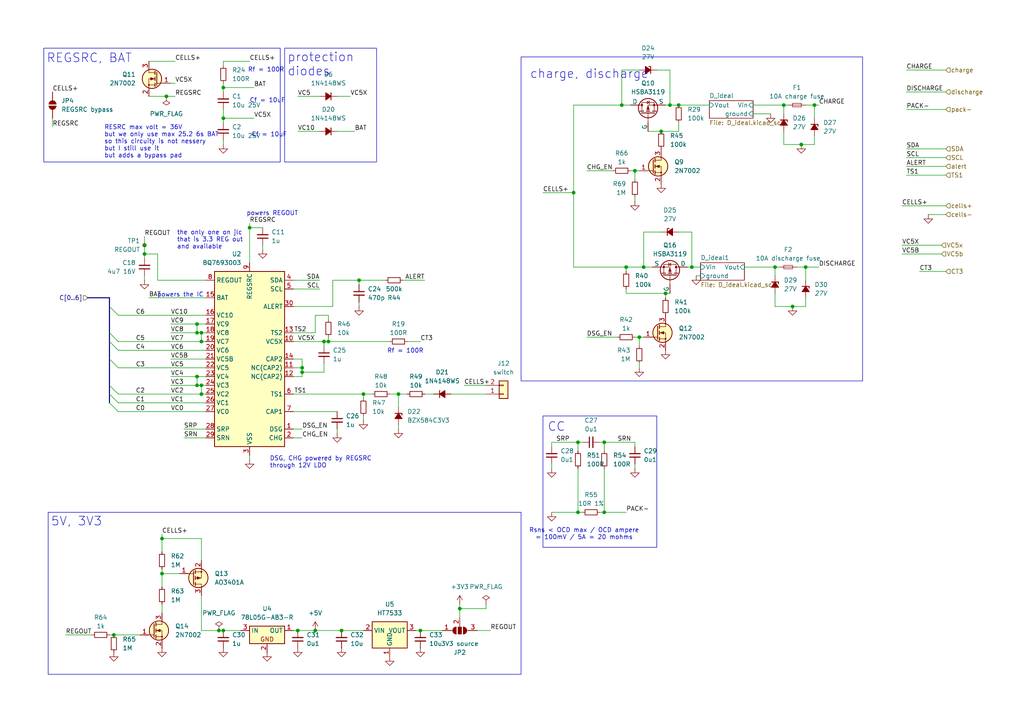
<source format=kicad_sch>
(kicad_sch (version 20231120) (generator "eeschema") (generator_version "8.0")
  (paper "A4")
  (junction (at 166.37 55.88))
  (junction (at 58.42 114.3))
  (junction (at 64.77 34.29))
  (junction (at 63.5 182.88))
  (junction (at 64.77 182.88))
  (junction (at 58.42 99.06))
  (junction (at 200.66 77.47))
  (junction (at 64.77 25.4))
  (junction (at 185.42 97.79))
  (junction (at 57.15 111.76))
  (junction (at 46.99 166.37))
  (junction (at 175.26 128.27))
  (junction (at 41.91 71.12))
  (junction (at 167.64 128.27))
  (junction (at 105.41 114.3))
  (junction (at 91.44 182.88))
  (junction (at 87.63 106.68))
  (junction (at 180.34 30.48))
  (junction (at 191.77 38.1))
  (junction (at 224.79 77.47))
  (junction (at 196.85 30.48))
  (junction (at 57.15 96.52))
  (junction (at 104.14 81.28))
  (junction (at 236.22 30.48))
  (junction (at 93.98 99.06))
  (junction (at 58.42 96.52))
  (junction (at 99.06 182.88))
  (junction (at 86.36 182.88))
  (junction (at 48.26 27.94))
  (junction (at 133.35 176.53))
  (junction (at 58.42 111.76))
  (junction (at 46.99 156.21))
  (junction (at 186.69 77.47))
  (junction (at 233.68 77.47))
  (junction (at 87.63 107.95))
  (junction (at 175.26 148.59))
  (junction (at 41.91 73.66))
  (junction (at 232.41 41.91))
  (junction (at 193.04 85.09))
  (junction (at 95.25 99.06))
  (junction (at 229.87 88.9))
  (junction (at 121.92 182.88))
  (junction (at 181.61 77.47))
  (junction (at 57.15 93.98))
  (junction (at 33.02 184.15))
  (junction (at 227.33 30.48))
  (junction (at 57.15 109.22))
  (junction (at 115.57 114.3))
  (junction (at 184.15 49.53))
  (junction (at 167.64 148.59))
  (junction (at 194.31 30.48))
  (junction (at 72.39 66.04))
  (bus_entry (at 31.75 99.06) (size 2.54 2.54))
  (bus_entry (at 31.75 104.14) (size 2.54 2.54))
  (bus_entry (at 31.75 114.3) (size 2.54 2.54))
  (bus_entry (at 31.75 116.84) (size 2.54 2.54))
  (bus_entry (at 31.75 111.76) (size 2.54 2.54))
  (bus_entry (at 31.75 96.52) (size 2.54 2.54))
  (bus_entry (at 31.75 88.9) (size 2.54 2.54))
  (wire (pts (xy 236.22 34.29) (xy 236.22 30.48)))
  (wire (pts (xy 170.18 49.53) (xy 177.8 49.53)))
  (wire (pts (xy 95.25 99.06) (xy 113.03 99.06)))
  (wire (pts (xy 50.8 17.78) (xy 43.18 17.78)))
  (wire (pts (xy 186.69 67.31) (xy 186.69 77.47)))
  (wire (pts (xy 64.77 31.75) (xy 64.77 34.29)))
  (wire (pts (xy 224.79 88.9) (xy 229.87 88.9)))
  (wire (pts (xy 262.89 48.26) (xy 274.32 48.26)))
  (wire (pts (xy 185.42 100.33) (xy 185.42 97.79)))
  (bus (pts (xy 31.75 86.36) (xy 31.75 88.9)))
  (wire (pts (xy 236.22 30.48) (xy 237.49 30.48)))
  (wire (pts (xy 97.79 119.38) (xy 85.09 119.38)))
  (wire (pts (xy 227.33 30.48) (xy 227.33 33.02)))
  (wire (pts (xy 34.29 114.3) (xy 58.42 114.3)))
  (wire (pts (xy 104.14 82.55) (xy 104.14 81.28)))
  (wire (pts (xy 58.42 111.76) (xy 58.42 114.3)))
  (wire (pts (xy 91.44 182.88) (xy 99.06 182.88)))
  (wire (pts (xy 101.6 27.94) (xy 97.79 27.94)))
  (wire (pts (xy 140.97 176.53) (xy 140.97 175.26)))
  (wire (pts (xy 86.36 182.88) (xy 91.44 182.88)))
  (wire (pts (xy 166.37 30.48) (xy 166.37 55.88)))
  (wire (pts (xy 58.42 99.06) (xy 59.69 99.06)))
  (wire (pts (xy 262.89 31.75) (xy 274.32 31.75)))
  (wire (pts (xy 34.29 101.6) (xy 59.69 101.6)))
  (wire (pts (xy 85.09 81.28) (xy 92.71 81.28)))
  (wire (pts (xy 45.72 73.66) (xy 45.72 81.28)))
  (wire (pts (xy 15.24 36.83) (xy 15.24 34.29)))
  (wire (pts (xy 58.42 96.52) (xy 58.42 99.06)))
  (wire (pts (xy 64.77 182.88) (xy 69.85 182.88)))
  (wire (pts (xy 87.63 104.14) (xy 85.09 104.14)))
  (bus (pts (xy 31.75 96.52) (xy 31.75 99.06)))
  (wire (pts (xy 218.44 30.48) (xy 227.33 30.48)))
  (wire (pts (xy 58.42 111.76) (xy 59.69 111.76)))
  (wire (pts (xy 49.53 93.98) (xy 57.15 93.98)))
  (wire (pts (xy 46.99 154.94) (xy 46.99 156.21)))
  (wire (pts (xy 262.89 20.32) (xy 274.32 20.32)))
  (wire (pts (xy 45.72 73.66) (xy 41.91 73.66)))
  (wire (pts (xy 224.79 88.9) (xy 224.79 85.09)))
  (wire (pts (xy 64.77 17.78) (xy 72.39 17.78)))
  (wire (pts (xy 227.33 41.91) (xy 232.41 41.91)))
  (wire (pts (xy 224.79 77.47) (xy 224.79 80.01)))
  (wire (pts (xy 76.2 72.39) (xy 76.2 71.12)))
  (wire (pts (xy 86.36 38.1) (xy 92.71 38.1)))
  (wire (pts (xy 57.15 109.22) (xy 57.15 111.76)))
  (wire (pts (xy 49.53 109.22) (xy 57.15 109.22)))
  (wire (pts (xy 41.91 71.12) (xy 41.91 73.66)))
  (wire (pts (xy 46.99 165.1) (xy 46.99 166.37)))
  (wire (pts (xy 184.15 49.53) (xy 185.42 49.53)))
  (wire (pts (xy 49.53 111.76) (xy 57.15 111.76)))
  (wire (pts (xy 72.39 64.77) (xy 72.39 66.04)))
  (wire (pts (xy 123.19 81.28) (xy 116.84 81.28)))
  (wire (pts (xy 181.61 85.09) (xy 181.61 83.82)))
  (bus (pts (xy 31.75 114.3) (xy 31.75 116.84)))
  (wire (pts (xy 34.29 116.84) (xy 59.69 116.84)))
  (wire (pts (xy 201.93 80.01) (xy 203.2 80.01)))
  (wire (pts (xy 160.02 148.59) (xy 167.64 148.59)))
  (wire (pts (xy 43.18 86.36) (xy 59.69 86.36)))
  (wire (pts (xy 96.52 81.28) (xy 96.52 88.9)))
  (wire (pts (xy 180.34 30.48) (xy 182.88 30.48)))
  (wire (pts (xy 185.42 20.32) (xy 180.34 20.32)))
  (wire (pts (xy 41.91 71.12) (xy 41.91 68.58)))
  (bus (pts (xy 31.75 99.06) (xy 31.75 104.14)))
  (wire (pts (xy 229.87 88.9) (xy 233.68 88.9)))
  (wire (pts (xy 262.89 26.67) (xy 274.32 26.67)))
  (wire (pts (xy 200.66 77.47) (xy 203.2 77.47)))
  (wire (pts (xy 160.02 128.27) (xy 160.02 129.54)))
  (wire (pts (xy 87.63 106.68) (xy 87.63 107.95)))
  (wire (pts (xy 93.98 107.95) (xy 93.98 105.41)))
  (wire (pts (xy 266.7 78.74) (xy 274.32 78.74)))
  (wire (pts (xy 104.14 88.9) (xy 104.14 87.63)))
  (wire (pts (xy 95.25 99.06) (xy 93.98 99.06)))
  (bus (pts (xy 31.75 104.14) (xy 31.75 111.76)))
  (wire (pts (xy 53.34 124.46) (xy 59.69 124.46)))
  (wire (pts (xy 95.25 97.79) (xy 95.25 99.06)))
  (wire (pts (xy 104.14 81.28) (xy 111.76 81.28)))
  (wire (pts (xy 85.09 127) (xy 87.63 127)))
  (wire (pts (xy 31.75 184.15) (xy 33.02 184.15)))
  (wire (pts (xy 57.15 111.76) (xy 58.42 111.76)))
  (wire (pts (xy 34.29 99.06) (xy 58.42 99.06)))
  (wire (pts (xy 58.42 182.88) (xy 63.5 182.88)))
  (wire (pts (xy 166.37 30.48) (xy 180.34 30.48)))
  (wire (pts (xy 115.57 118.11) (xy 115.57 114.3)))
  (wire (pts (xy 113.03 114.3) (xy 115.57 114.3)))
  (wire (pts (xy 233.68 77.47) (xy 237.49 77.47)))
  (wire (pts (xy 227.33 41.91) (xy 227.33 38.1)))
  (wire (pts (xy 175.26 148.59) (xy 181.61 148.59)))
  (wire (pts (xy 87.63 104.14) (xy 87.63 106.68)))
  (wire (pts (xy 93.98 100.33) (xy 93.98 99.06)))
  (wire (pts (xy 85.09 182.88) (xy 86.36 182.88)))
  (wire (pts (xy 175.26 135.89) (xy 175.26 148.59)))
  (wire (pts (xy 167.64 148.59) (xy 167.64 135.89)))
  (wire (pts (xy 196.85 30.48) (xy 205.74 30.48)))
  (wire (pts (xy 33.02 184.15) (xy 40.64 184.15)))
  (wire (pts (xy 173.99 148.59) (xy 175.26 148.59)))
  (wire (pts (xy 58.42 156.21) (xy 58.42 162.56)))
  (wire (pts (xy 53.34 127) (xy 59.69 127)))
  (bus (pts (xy 31.75 111.76) (xy 31.75 114.3)))
  (wire (pts (xy 91.44 91.44) (xy 91.44 96.52)))
  (wire (pts (xy 45.72 81.28) (xy 59.69 81.28)))
  (wire (pts (xy 134.62 111.76) (xy 140.97 111.76)))
  (wire (pts (xy 72.39 66.04) (xy 72.39 76.2)))
  (wire (pts (xy 142.24 182.88) (xy 138.43 182.88)))
  (wire (pts (xy 85.09 124.46) (xy 87.63 124.46)))
  (wire (pts (xy 184.15 52.07) (xy 184.15 49.53)))
  (wire (pts (xy 48.26 27.94) (xy 43.18 27.94)))
  (wire (pts (xy 157.48 55.88) (xy 166.37 55.88)))
  (wire (pts (xy 193.04 85.09) (xy 194.31 85.09)))
  (wire (pts (xy 58.42 182.88) (xy 58.42 172.72)))
  (wire (pts (xy 58.42 96.52) (xy 59.69 96.52)))
  (wire (pts (xy 175.26 128.27) (xy 175.26 130.81)))
  (wire (pts (xy 121.92 99.06) (xy 118.11 99.06)))
  (wire (pts (xy 233.68 81.28) (xy 233.68 77.47)))
  (wire (pts (xy 96.52 81.28) (xy 104.14 81.28)))
  (wire (pts (xy 91.44 96.52) (xy 85.09 96.52)))
  (wire (pts (xy 95.25 91.44) (xy 95.25 92.71)))
  (wire (pts (xy 87.63 107.95) (xy 93.98 107.95)))
  (wire (pts (xy 166.37 77.47) (xy 166.37 55.88)))
  (wire (pts (xy 215.9 77.47) (xy 224.79 77.47)))
  (wire (pts (xy 193.04 30.48) (xy 194.31 30.48)))
  (wire (pts (xy 261.62 73.66) (xy 273.05 73.66)))
  (wire (pts (xy 189.23 77.47) (xy 186.69 77.47)))
  (wire (pts (xy 85.09 114.3) (xy 105.41 114.3)))
  (wire (pts (xy 140.97 176.53) (xy 133.35 176.53)))
  (wire (pts (xy 64.77 17.78) (xy 64.77 19.05)))
  (bus (pts (xy 31.75 88.9) (xy 31.75 96.52)))
  (wire (pts (xy 166.37 77.47) (xy 181.61 77.47)))
  (wire (pts (xy 184.15 135.89) (xy 184.15 134.62)))
  (wire (pts (xy 73.66 25.4) (xy 64.77 25.4)))
  (wire (pts (xy 181.61 85.09) (xy 193.04 85.09)))
  (wire (pts (xy 64.77 35.56) (xy 64.77 34.29)))
  (wire (pts (xy 191.77 67.31) (xy 186.69 67.31)))
  (wire (pts (xy 232.41 41.91) (xy 236.22 41.91)))
  (wire (pts (xy 199.39 77.47) (xy 200.66 77.47)))
  (wire (pts (xy 184.15 97.79) (xy 185.42 97.79)))
  (wire (pts (xy 190.5 20.32) (xy 194.31 20.32)))
  (wire (pts (xy 85.09 99.06) (xy 93.98 99.06)))
  (wire (pts (xy 87.63 106.68) (xy 85.09 106.68)))
  (wire (pts (xy 175.26 128.27) (xy 184.15 128.27)))
  (wire (pts (xy 72.39 133.35) (xy 72.39 132.08)))
  (wire (pts (xy 118.11 114.3) (xy 115.57 114.3)))
  (wire (pts (xy 34.29 119.38) (xy 59.69 119.38)))
  (wire (pts (xy 160.02 128.27) (xy 167.64 128.27)))
  (wire (pts (xy 85.09 83.82) (xy 92.71 83.82)))
  (wire (pts (xy 200.66 67.31) (xy 200.66 77.47)))
  (wire (pts (xy 57.15 109.22) (xy 59.69 109.22)))
  (wire (pts (xy 87.63 107.95) (xy 87.63 109.22)))
  (wire (pts (xy 46.99 166.37) (xy 46.99 170.18)))
  (wire (pts (xy 115.57 124.46) (xy 115.57 123.19)))
  (wire (pts (xy 133.35 175.26) (xy 133.35 176.53)))
  (wire (pts (xy 97.79 125.73) (xy 97.79 124.46)))
  (wire (pts (xy 173.99 128.27) (xy 175.26 128.27)))
  (wire (pts (xy 102.87 38.1) (xy 97.79 38.1)))
  (wire (pts (xy 46.99 175.26) (xy 46.99 177.8)))
  (wire (pts (xy 63.5 182.88) (xy 64.77 182.88)))
  (wire (pts (xy 41.91 74.93) (xy 41.91 73.66)))
  (wire (pts (xy 187.96 38.1) (xy 191.77 38.1)))
  (wire (pts (xy 34.29 91.44) (xy 59.69 91.44)))
  (wire (pts (xy 49.53 104.14) (xy 59.69 104.14)))
  (wire (pts (xy 185.42 97.79) (xy 186.69 97.79)))
  (wire (pts (xy 186.69 77.47) (xy 181.61 77.47)))
  (wire (pts (xy 193.04 85.09) (xy 193.04 86.36)))
  (wire (pts (xy 233.68 88.9) (xy 233.68 86.36)))
  (wire (pts (xy 194.31 20.32) (xy 194.31 30.48)))
  (wire (pts (xy 34.29 106.68) (xy 59.69 106.68)))
  (wire (pts (xy 231.14 77.47) (xy 233.68 77.47)))
  (wire (pts (xy 261.62 71.12) (xy 273.05 71.12)))
  (wire (pts (xy 99.06 182.88) (xy 105.41 182.88)))
  (wire (pts (xy 170.18 97.79) (xy 179.07 97.79)))
  (wire (pts (xy 91.44 91.44) (xy 95.25 91.44)))
  (wire (pts (xy 261.62 59.69) (xy 274.32 59.69)))
  (wire (pts (xy 269.24 62.23) (xy 274.32 62.23)))
  (wire (pts (xy 184.15 58.42) (xy 184.15 57.15)))
  (wire (pts (xy 196.85 67.31) (xy 200.66 67.31)))
  (wire (pts (xy 262.89 45.72) (xy 274.32 45.72)))
  (wire (pts (xy 121.92 182.88) (xy 128.27 182.88)))
  (wire (pts (xy 41.91 81.28) (xy 41.91 80.01)))
  (bus (pts (xy 31.75 86.36) (xy 25.4 86.36)))
  (wire (pts (xy 50.8 27.94) (xy 48.26 27.94)))
  (wire (pts (xy 57.15 93.98) (xy 59.69 93.98)))
  (wire (pts (xy 57.15 93.98) (xy 57.15 96.52)))
  (wire (pts (xy 49.53 96.52) (xy 57.15 96.52)))
  (wire (pts (xy 46.99 156.21) (xy 46.99 160.02)))
  (wire (pts (xy 133.35 176.53) (xy 133.35 179.07)))
  (wire (pts (xy 167.64 128.27) (xy 168.91 128.27)))
  (wire (pts (xy 160.02 135.89) (xy 160.02 134.62)))
  (wire (pts (xy 180.34 20.32) (xy 180.34 30.48)))
  (wire (pts (xy 121.92 182.88) (xy 120.65 182.88)))
  (wire (pts (xy 58.42 156.21) (xy 46.99 156.21)))
  (wire (pts (xy 105.41 114.3) (xy 107.95 114.3)))
  (wire (pts (xy 72.39 66.04) (xy 76.2 66.04)))
  (wire (pts (xy 105.41 121.92) (xy 105.41 120.65)))
  (wire (pts (xy 262.89 50.8) (xy 274.32 50.8)))
  (wire (pts (xy 85.09 109.22) (xy 87.63 109.22)))
  (wire (pts (xy 64.77 26.67) (xy 64.77 25.4)))
  (wire (pts (xy 123.19 114.3) (xy 125.73 114.3)))
  (wire (pts (xy 233.68 30.48) (xy 236.22 30.48)))
  (wire (pts (xy 86.36 27.94) (xy 92.71 27.94)))
  (wire (pts (xy 196.85 38.1) (xy 196.85 35.56)))
  (wire (pts (xy 227.33 30.48) (xy 228.6 30.48)))
  (wire (pts (xy 194.31 30.48) (xy 196.85 30.48)))
  (wire (pts (xy 182.88 49.53) (xy 184.15 49.53)))
  (wire (pts (xy 185.42 106.68) (xy 185.42 105.41)))
  (wire (pts (xy 224.79 77.47) (xy 226.06 77.47)))
  (wire (pts (xy 184.15 128.27) (xy 184.15 129.54)))
  (wire (pts (xy 168.91 148.59) (xy 167.64 148.59)))
  (wire (pts (xy 236.22 41.91) (xy 236.22 39.37)))
  (wire (pts (xy 130.81 114.3) (xy 140.97 114.3)))
  (wire (pts (xy 262.89 43.18) (xy 274.32 43.18)))
  (wire (pts (xy 167.64 128.27) (xy 167.64 130.81)))
  (wire (pts (xy 64.77 25.4) (xy 64.77 24.13)))
  (wire (pts (xy 96.52 88.9) (xy 85.09 88.9)))
  (wire (pts (xy 19.05 184.15) (xy 26.67 184.15)))
  (wire (pts (xy 181.61 78.74) (xy 181.61 77.47)))
  (wire (pts (xy 64.77 41.91) (xy 64.77 40.64)))
  (wire (pts (xy 58.42 114.3) (xy 59.69 114.3)))
  (wire (pts (xy 46.99 166.37) (xy 52.07 166.37)))
  (wire (pts (xy 57.15 96.52) (xy 58.42 96.52)))
  (wire (pts (xy 50.8 24.13) (xy 49.53 24.13)))
  (wire (pts (xy 191.77 38.1) (xy 196.85 38.1)))
  (wire (pts (xy 73.66 34.29) (xy 64.77 34.29)))
  (wire (pts (xy 223.52 33.02) (xy 218.44 33.02)))
  (wire (pts (xy 105.41 114.3) (xy 105.41 115.57)))
  (rectangle (start 157.48 120.65) (end 190.5 158.75))
  (rectangle (start 12.7 13.97) (end 81.28 46.99))
  (rectangle (start 151.13 16.51) (end 250.19 110.49))
  (rectangle (start 13.97 148.59) (end 151.13 195.58))
  (rectangle (start 82.55 13.97) (end 109.22 46.99))
  (text "DSG, CHG powered by REGSRC\nthrough 12V LDO" (at 78.232 135.89 0) (effects (font (size 1.27 1.27)) (justify left bottom)))
  (text "powers the IC" (at 52.324 85.598 0) (effects (font (size 1.27 1.27))))
  (text "Rf = 100R" (at 112.268 102.616 0) (effects (font (size 1.27 1.27)) (justify left bottom)))
  (text "the only one on jlc \nthat is 3.3 REG out\nand available" (at 51.308 72.39 0) (effects (font (size 1.27 1.27)) (justify left bottom)))
  (text "Cf = 10uF" (at 72.39 29.972 0) (effects (font (size 1.27 1.27)) (justify left bottom)))
  (text "Cf = 10uF" (at 72.898 39.878 0) (effects (font (size 1.27 1.27)) (justify left bottom)))
  (text "charge, discharge" (at 153.67 20.066 0) (effects (font (size 2.54 2.54)) (justify left top)))
  (text "5V, 3V3" (at 14.732 149.86 0) (effects (font (size 2.54 2.54)) (justify left top)))
  (text "Rsns < OCD max / OCD ampere\n= 100mV / 5A = 20 mohms" (at 169.418 154.94 0) (effects (font (size 1.27 1.27))))
  (text "REGSRC, BAT" (at 13.462 15.494 0) (effects (font (size 2.54 2.54)) (justify left top)))
  (text "powers REGOUT" (at 78.994 61.976 0) (effects (font (size 1.27 1.27))))
  (text "Rf = 100R" (at 71.882 21.082 0) (effects (font (size 1.27 1.27)) (justify left bottom)))
  (text "RESRC max volt = 36V\nbut we only use max 25.2 6s BAT\nso this circuity is not nessery\nbut I still use it\nbut adds a bypass pad" (at 30.226 45.974 0) (effects (font (size 1.27 1.27)) (justify left bottom)))
  (text "protection \ndiodes" (at 83.312 15.24 0) (effects (font (size 2.54 2.54)) (justify left top)))
  (text "CC" (at 158.75 122.428 0) (effects (font (size 2.54 2.54)) (justify left top)))
  (label "C5" (at 39.37 99.06 0))
  (label "VC0" (at 49.53 119.38 0))
  (label "CELLS+" (at 72.39 17.78 0))
  (label "SRP" (at 161.29 128.27 0))
  (label "CT3" (at 121.92 99.06 0))
  (label "C0" (at 39.37 119.38 0))
  (label "BAT" (at 73.66 25.4 0))
  (label "SCL" (at 92.71 83.82 180))
  (label "DSG_EN" (at 87.63 124.46 0))
  (label "CELLS+" (at 50.8 17.78 0))
  (label "DISCHARGE" (at 237.49 77.47 0))
  (label "BAT" (at 102.87 38.1 0))
  (label "SDA" (at 262.89 43.18 0))
  (label "VC5X" (at 86.36 99.06 0))
  (label "C2" (at 39.37 114.3 0))
  (label "CELLS+" (at 261.62 59.69 0))
  (label "CHARGE" (at 237.49 30.48 0))
  (label "REGOUT" (at 142.24 182.88 0))
  (label "VC5" (at 86.36 27.94 0))
  (label "CHG_EN" (at 87.63 127 0))
  (label "VC5X" (at 73.66 34.29 0))
  (label "VC5X" (at 50.8 24.13 0))
  (label "BAT" (at 43.18 86.36 0))
  (label "SRP" (at 53.34 124.46 0))
  (label "VC6" (at 49.53 101.6 0))
  (label "REGSRC" (at 15.24 36.83 0))
  (label "SCL" (at 262.89 45.72 0))
  (label "C4" (at 39.37 101.6 0))
  (label "SRN" (at 53.34 127 0))
  (label "CHG_EN" (at 170.18 49.53 0))
  (label "PACK-" (at 262.89 31.75 0))
  (label "VC5B" (at 49.53 104.14 0))
  (label "C6" (at 39.37 91.44 0))
  (label "REGSRC" (at 50.8 27.94 0))
  (label "VC2" (at 49.53 114.3 0))
  (label "VC1" (at 49.53 116.84 0))
  (label "VC7" (at 49.53 99.06 0))
  (label "DISCHARGE" (at 262.89 26.67 0))
  (label "CELLS+" (at 15.24 26.67 0))
  (label "REGOUT" (at 19.05 184.15 0))
  (label "C1" (at 39.37 116.84 0))
  (label "C3" (at 39.37 106.68 0))
  (label "PACK-" (at 181.61 148.59 0))
  (label "CHARGE" (at 262.89 20.32 0))
  (label "CELLS+" (at 157.48 55.88 0))
  (label "CELLS+" (at 46.99 154.94 0))
  (label "SRN" (at 179.07 128.27 0))
  (label "TS1" (at 88.9 114.3 180))
  (label "VC5" (at 49.53 106.68 0))
  (label "DSG_EN" (at 170.18 97.79 0))
  (label "VC4" (at 49.53 109.22 0))
  (label "REGSRC" (at 72.39 64.77 0))
  (label "CELLS+" (at 134.62 111.76 0))
  (label "VC9" (at 49.53 93.98 0))
  (label "ALERT" (at 123.19 81.28 180))
  (label "TS2" (at 88.9 96.52 180))
  (label "VC5X" (at 261.62 71.12 0))
  (label "SDA" (at 92.71 81.28 180))
  (label "VC5B" (at 261.62 73.66 0))
  (label "CT3" (at 266.7 78.74 0))
  (label "TS1" (at 262.89 50.8 0))
  (label "VC5X" (at 101.6 27.94 0))
  (label "ALERT" (at 262.89 48.26 0))
  (label "VC3" (at 49.53 111.76 0))
  (label "VC10" (at 49.53 91.44 0))
  (label "REGOUT" (at 41.91 68.58 0))
  (label "VC10" (at 86.36 38.1 0))
  (label "VC8" (at 49.53 96.52 0))
  (hierarchical_label "CT3" (shape input) (at 274.32 78.74 0))
  (hierarchical_label "SCL" (shape input) (at 274.32 45.72 0))
  (hierarchical_label "discharge" (shape input) (at 274.32 26.67 0))
  (hierarchical_label "charge" (shape input) (at 274.32 20.32 0))
  (hierarchical_label "TS1" (shape input) (at 274.32 50.8 0))
  (hierarchical_label "VC5x" (shape input) (at 273.05 71.12 0))
  (hierarchical_label "VC5b" (shape input) (at 273.05 73.66 0))
  (hierarchical_label "SDA" (shape input) (at 274.32 43.18 0))
  (hierarchical_label "pack-" (shape input) (at 274.32 31.75 0))
  (hierarchical_label "cells+" (shape input) (at 274.32 59.69 0))
  (hierarchical_label "alert" (shape input) (at 274.32 48.26 0))
  (hierarchical_label "C[0..6]" (shape input) (at 25.4 86.36 180))
  (hierarchical_label "cells-" (shape input) (at 274.32 62.23 0))
  (symbol (lib_id "Device:D_Zener_Small_Filled") (at 236.22 36.83 270) (unit 1)
    (property "Reference" "D27" (at 238.76 35.56 90) (effects (justify left)))
    (property "Value" "27V" (at 238.76 38.1 90) (effects (font (italic yes)) (justify left)))
    (property "Footprint" "Diode_SMD:D_SOD-123" (effects (hide yes)))
    (property "Description" "Zener diode, small symbol, filled shape" (effects (hide yes)))
  )
  (symbol (lib_id "power:GND") (at 64.77 41.91 0) (mirror y) (unit 1)
    (property "Reference" "#PWR03" (effects (hide yes)))
    (property "Value" "GND" (effects (hide yes)))
    (property "Description" "Power symbol creates a global label with name \"GND\" , ground" (effects (hide yes)))
  )
  (symbol (lib_id "Device:D_Small_Filled") (at 95.25 27.94 0) (mirror y) (unit 1)
    (property "Reference" "D6" (at 95.25 21.59 0))
    (property "Value" "1N4148WS" (at 95.25 24.13 0))
    (property "Footprint" "Diode_SMD:D_SOD-323" (effects (hide yes)))
    (property "Description" "Diode, small symbol, filled shape" (effects (hide yes)))
    (property "Sim.Device" "D" (effects (hide yes)))
    (property "Sim.Pins" "1=K 2=A" (effects (hide yes)))
  )
  (symbol (lib_id "Jumper:SolderJumper_3_Open") (at 133.35 182.88 0) (mirror x) (unit 1) (exclude_from_sim yes) (in_bom no)
    (property "Reference" "JP2" (at 133.35 189.23 0))
    (property "Value" "3V3 source" (at 133.35 186.69 0))
    (property "Footprint" "Jumper:SolderJumper-3_P1.3mm_Open_Pad1.0x1.5mm" (effects (hide yes)))
    (property "Description" "Solder Jumper, 3-pole, open" (effects (hide yes)))
  )
  (symbol (lib_id "power:GND") (at 184.15 58.42 0) (unit 1)
    (property "Reference" "#PWR056" (effects (hide yes)))
    (property "Value" "GND" (effects (hide yes)))
    (property "Description" "Power symbol creates a global label with name \"GND\" , ground" (effects (hide yes)))
  )
  (symbol (lib_id "Device:D_Small_Filled") (at 95.25 38.1 0) (mirror y) (unit 1)
    (property "Reference" "D20" (at 95.25 31.75 0))
    (property "Value" "1N4148WS" (at 95.25 34.29 0))
    (property "Footprint" "Diode_SMD:D_SOD-323" (effects (hide yes)))
    (property "Description" "Diode, small symbol, filled shape" (effects (hide yes)))
    (property "Sim.Device" "D" (effects (hide yes)))
    (property "Sim.Pins" "1=K 2=A" (effects (hide yes)))
  )
  (symbol (lib_id "power:GND") (at 121.92 187.96 0) (mirror y) (unit 1)
    (property "Reference" "#PWR040" (effects (hide yes)))
    (property "Value" "GND" (effects (hide yes)))
    (property "Description" "Power symbol creates a global label with name \"GND\" , ground" (effects (hide yes)))
  )
  (symbol (lib_id "Device:R_Small") (at 114.3 81.28 90) (mirror x) (unit 1)
    (property "Reference" "R44" (at 114.3 86.36 90))
    (property "Value" "500k" (at 114.3 83.82 90))
    (property "Footprint" "Resistor_SMD:R_0402_1005Metric" (effects (hide yes)))
    (property "Description" "Resistor, small symbol" (effects (hide yes)))
  )
  (symbol (lib_id "Device:C_Small") (at 41.91 77.47 0) (mirror x) (unit 1)
    (property "Reference" "C18" (at 39.37 76.1936 0) (effects (justify right)))
    (property "Value" "4u7 16V" (at 39.37 78.7336 0) (effects (justify right)))
    (property "Footprint" "Capacitor_SMD:C_0603_1608Metric" (effects (hide yes)))
    (property "Description" "Unpolarized capacitor, small symbol" (effects (hide yes)))
  )
  (symbol (lib_id "power:GND") (at 113.03 190.5 0) (mirror y) (unit 1)
    (property "Reference" "#PWR055" (effects (hide yes)))
    (property "Value" "GND" (effects (hide yes)))
    (property "Description" "Power symbol creates a global label with name \"GND\" , ground" (effects (hide yes)))
  )
  (symbol (lib_id "Device:R_Small") (at 180.34 49.53 90) (unit 1)
    (property "Reference" "R66" (at 180.34 44.45 90))
    (property "Value" "1k" (at 180.34 46.99 90))
    (property "Footprint" "Resistor_SMD:R_0402_1005Metric" (effects (hide yes)))
    (property "Description" "Resistor, small symbol" (effects (hide yes)))
  )
  (symbol (lib_id "nturt_kicad_lib_EP6:HSBA3119_PMOS_GSDnumber") (at 194.31 80.01 270) (mirror x) (unit 1)
    (property "Reference" "Q16" (at 194.31 71.12 90))
    (property "Value" "HSBA3119" (at 194.31 73.66 90))
    (property "Footprint" "nturt_kicad_lib_EP6:HSBA3119_PRPAK5X6" (effects (hide yes)))
    (property "Datasheet" "https://ngspice.sourceforge.io/docs/ngspice-html-manual/manual.xhtml#cha_MOSFETs" (effects (hide yes)))
    (property "Description" "P-MOSFET transistor, drain/source/gate" (effects (hide yes)))
    (property "Sim.Device" "PMOS" (effects (hide yes)))
    (property "Sim.Type" "VDMOS" (effects (hide yes)))
    (property "Sim.Pins" "1=D 2=G 3=S" (effects (hide yes)))
  )
  (symbol (lib_id "power:GND") (at 229.87 88.9 0) (unit 1)
    (property "Reference" "#PWR057" (effects (hide yes)))
    (property "Value" "GND" (effects (hide yes)))
    (property "Description" "Power symbol creates a global label with name \"GND\" , ground" (effects (hide yes)))
  )
  (symbol (lib_id "Jumper:SolderJumper_2_Open") (at 15.24 30.48 90) (unit 1) (exclude_from_sim yes) (in_bom no)
    (property "Reference" "JP4" (at 17.78 29.21 90) (effects (justify right)))
    (property "Value" "REGSRC bypass" (at 17.78 31.75 90) (effects (justify right)))
    (property "Footprint" "Jumper:SolderJumper-2_P1.3mm_Open_TrianglePad1.0x1.5mm" (effects (hide yes)))
    (property "Description" "Solder Jumper, 2-pole, open" (effects (hide yes)))
  )
  (symbol (lib_id "Device:R_Small") (at 185.42 102.87 0) (mirror y) (unit 1)
    (property "Reference" "R43" (at 182.88 101.6 0) (effects (justify left)))
    (property "Value" "1M" (at 182.88 104.14 0) (effects (justify left)))
    (property "Footprint" "Resistor_SMD:R_0402_1005Metric" (effects (hide yes)))
    (property "Description" "Resistor, small symbol" (effects (hide yes)))
  )
  (symbol (lib_id "Device:R_Small") (at 181.61 97.79 90) (unit 1)
    (property "Reference" "R42" (at 181.61 92.71 90))
    (property "Value" "1k" (at 181.61 95.25 90))
    (property "Footprint" "Resistor_SMD:R_0402_1005Metric" (effects (hide yes)))
    (property "Description" "Resistor, small symbol" (effects (hide yes)))
  )
  (symbol (lib_id "PCM_Transistor_MOSFET_AKL:2N7002") (at 44.45 182.88 0) (unit 1)
    (property "Reference" "Q14" (at 50.8 181.61 0) (effects (justify left)))
    (property "Value" "2N7002" (at 50.8 184.15 0) (effects (justify left)))
    (property "Footprint" "PCM_Package_TO_SOT_SMD_AKL:SOT-23" (effects (hide yes)))
    (property "Datasheet" "https://www.tme.eu/Document/7df5cae36abdfcedddb681f5be886f05/2N7000.pdf" (effects (hide yes)))
    (property "Description" "SOT-23 N-MOSFET enchancement mode transistor, 60V, 115mA, 200mW, Alternate KiCAD Library" (effects (hide yes)))
  )
  (symbol (lib_id "nturt_kicad_lib_EP6:HSBA3119_PMOS_GSDnumber") (at 187.96 33.02 90) (unit 1)
    (property "Reference" "Q10" (at 187.96 24.13 90))
    (property "Value" "HSBA3119" (at 187.96 26.67 90))
    (property "Footprint" "nturt_kicad_lib_EP6:HSBA3119_PRPAK5X6" (effects (hide yes)))
    (property "Datasheet" "https://ngspice.sourceforge.io/docs/ngspice-html-manual/manual.xhtml#cha_MOSFETs" (effects (hide yes)))
    (property "Description" "P-MOSFET transistor, drain/source/gate" (effects (hide yes)))
    (property "Sim.Device" "PMOS" (effects (hide yes)))
    (property "Sim.Type" "VDMOS" (effects (hide yes)))
    (property "Sim.Pins" "1=D 2=G 3=S" (effects (hide yes)))
  )
  (symbol (lib_id "Device:R_Small") (at 171.45 148.59 90) (unit 1)
    (property "Reference" "R55" (at 171.45 143.51 90))
    (property "Value" "10R 1%" (at 171.45 146.05 90))
    (property "Footprint" "Resistor_SMD:R_0805_2012Metric" (effects (hide yes)))
    (property "Description" "Resistor, small symbol" (effects (hide yes)))
  )
  (symbol (lib_id "Device:C_Small") (at 64.77 185.42 180) (unit 1)
    (property "Reference" "C30" (at 67.31 184.1436 0) (effects (justify right)))
    (property "Value" "1u" (at 67.31 186.6836 0) (effects (justify right)))
    (property "Footprint" "Capacitor_SMD:C_0402_1005Metric" (effects (hide yes)))
    (property "Description" "Unpolarized capacitor, small symbol" (effects (hide yes)))
  )
  (symbol (lib_id "Regulator_Linear:HT75xx-1-SOT89") (at 113.03 185.42 0) (unit 1)
    (property "Reference" "U5" (at 113.03 175.26 0))
    (property "Value" "HT7533" (at 113.03 177.8 0))
    (property "Footprint" "Package_TO_SOT_SMD:SOT-89-3" (effects (hide yes)))
    (property "Datasheet" "https://www.holtek.com/documents/10179/116711/HT75xx-1v250.pdf" (effects (hide yes)))
    (property "Description" "100mA Low Dropout Voltage Regulator, Fixed Output, SOT89" (effects (hide yes)))
  )
  (symbol (lib_id "power:GND") (at 86.36 187.96 0) (mirror y) (unit 1)
    (property "Reference" "#PWR038" (effects (hide yes)))
    (property "Value" "GND" (effects (hide yes)))
    (property "Description" "Power symbol creates a global label with name \"GND\" , ground" (effects (hide yes)))
  )
  (symbol (lib_id "Connector:TestPoint_Small") (at 41.91 71.12 0) (mirror y) (unit 1)
    (property "Reference" "TP1" (at 40.64 69.85 0) (effects (justify left)))
    (property "Value" "REGOUT" (at 40.64 72.39 0) (effects (justify left)))
    (property "Footprint" "TestPoint:TestPoint_Pad_D1.0mm" (effects (hide yes)))
    (property "Description" "test point" (effects (hide yes)))
  )
  (symbol (lib_id "Device:D_Zener_Small_Filled") (at 115.57 120.65 270) (unit 1)
    (property "Reference" "D22" (at 118.11 119.38 90) (effects (justify left)))
    (property "Value" "BZX584C3V3" (at 118.11 121.92 90) (effects (justify left)))
    (property "Footprint" "Diode_SMD:D_SOD-323" (effects (hide yes)))
    (property "Description" "Zener diode, small symbol, filled shape" (effects (hide yes)))
  )
  (symbol (lib_id "power:GND") (at 41.91 81.28 0) (mirror y) (unit 1)
    (property "Reference" "#PWR013" (effects (hide yes)))
    (property "Value" "GND" (effects (hide yes)))
    (property "Description" "Power symbol creates a global label with name \"GND\" , ground" (effects (hide yes)))
  )
  (symbol (lib_id "power:GND") (at 72.39 133.35 0) (mirror y) (unit 1)
    (property "Reference" "#PWR029" (effects (hide yes)))
    (property "Value" "GND" (effects (hide yes)))
    (property "Description" "Power symbol creates a global label with name \"GND\" , ground" (effects (hide yes)))
  )
  (symbol (lib_id "Device:C_Small") (at 64.77 29.21 180) (unit 1)
    (property "Reference" "C1" (at 67.31 27.9336 0) (effects (justify right)))
    (property "Value" "10u 25V" (at 67.31 30.4736 0) (effects (justify right)))
    (property "Footprint" "Capacitor_SMD:C_0805_2012Metric" (effects (hide yes)))
    (property "Description" "Unpolarized capacitor, small symbol" (effects (hide yes)))
  )
  (symbol (lib_id "Device:R_Small") (at 115.57 99.06 90) (unit 1)
    (property "Reference" "R19" (at 115.57 93.98 90))
    (property "Value" "100R" (at 115.57 96.52 90))
    (property "Footprint" "Resistor_SMD:R_0402_1005Metric" (effects (hide yes)))
    (property "Description" "Resistor, small symbol" (effects (hide yes)))
  )
  (symbol (lib_id "Device:C_Small") (at 64.77 38.1 180) (unit 1)
    (property "Reference" "C2" (at 67.31 36.8236 0) (effects (justify right)))
    (property "Value" "10u 25V" (at 67.31 39.3636 0) (effects (justify right)))
    (property "Footprint" "Capacitor_SMD:C_0805_2012Metric" (effects (hide yes)))
    (property "Description" "Unpolarized capacitor, small symbol" (effects (hide yes)))
  )
  (symbol (lib_id "Device:D_Zener_Small_Filled") (at 224.79 82.55 270) (unit 1)
    (property "Reference" "D29" (at 227.33 81.28 90) (effects (justify left)))
    (property "Value" "27V" (at 227.33 83.82 90) (effects (font (italic yes)) (justify left)))
    (property "Footprint" "Diode_SMD:D_SOD-123" (effects (hide yes)))
    (property "Description" "Zener diode, small symbol, filled shape" (effects (hide yes)))
  )
  (symbol (lib_id "power:+5V") (at 91.44 182.88 0) (unit 1)
    (property "Reference" "#PWR035" (effects (hide yes)))
    (property "Value" "+5V" (at 91.44 177.8 0))
    (property "Description" "Power symbol creates a global label with name \"+5V\"" (effects (hide yes)))
  )
  (symbol (lib_id "Device:C_Small") (at 99.06 185.42 180) (unit 1)
    (property "Reference" "C32" (at 101.6 184.1436 0) (effects (justify right)))
    (property "Value" "10u" (at 101.6 186.6836 0) (effects (justify right)))
    (property "Footprint" "Capacitor_SMD:C_0603_1608Metric" (effects (hide yes)))
    (property "Description" "Unpolarized capacitor, small symbol" (effects (hide yes)))
  )
  (symbol (lib_id "power:GND") (at 191.77 53.34 0) (mirror y) (unit 1)
    (property "Reference" "#PWR014" (effects (hide yes)))
    (property "Value" "GND" (effects (hide yes)))
    (property "Description" "Power symbol creates a global label with name \"GND\" , ground" (effects (hide yes)))
  )
  (symbol (lib_id "Device:R_Small") (at 64.77 21.59 180) (unit 1)
    (property "Reference" "R24" (at 67.31 20.32 0) (effects (justify right)))
    (property "Value" "100R" (at 67.31 22.86 0) (effects (justify right)))
    (property "Footprint" "Resistor_SMD:R_0402_1005Metric" (effects (hide yes)))
    (property "Description" "Resistor, small symbol" (effects (hide yes)))
  )
  (symbol (lib_id "Device:C_Small") (at 97.79 121.92 0) (unit 1)
    (property "Reference" "C26" (at 100.33 120.6562 0) (effects (justify left)))
    (property "Value" "1u" (at 100.33 123.1962 0) (effects (justify left)))
    (property "Footprint" "Capacitor_SMD:C_0402_1005Metric" (effects (hide yes)))
    (property "Description" "Unpolarized capacitor, small symbol" (effects (hide yes)))
  )
  (symbol (lib_id "Device:D_Zener_Small_Filled") (at 194.31 67.31 0) (unit 1)
    (property "Reference" "D25" (at 194.31 60.96 0))
    (property "Value" "27V" (at 194.31 63.5 0))
    (property "Footprint" "Diode_SMD:D_SOD-323" (effects (hide yes)))
    (property "Description" "Zener diode, small symbol, filled shape" (effects (hide yes)))
  )
  (symbol (lib_id "Device:D_Zener_Small_Filled") (at 233.68 83.82 270) (unit 1)
    (property "Reference" "D30" (at 236.22 82.55 90) (effects (justify left)))
    (property "Value" "27V" (at 236.22 85.09 90) (effects (font (italic yes)) (justify left)))
    (property "Footprint" "Diode_SMD:D_SOD-123" (effects (hide yes)))
    (property "Description" "Zener diode, small symbol, filled shape" (effects (hide yes)))
  )
  (symbol (lib_id "power:PWR_FLAG") (at 48.26 27.94 0) (mirror x) (unit 1)
    (property "Reference" "#FLG05" (effects (hide yes)))
    (property "Value" "PWR_FLAG" (at 48.26 33.02 0))
    (property "Description" "Special symbol for telling ERC where power comes from" (effects (hide yes)))
  )
  (symbol (lib_id "power:GND") (at 76.2 72.39 0) (mirror y) (unit 1)
    (property "Reference" "#PWR012" (effects (hide yes)))
    (property "Value" "GND" (effects (hide yes)))
    (property "Description" "Power symbol creates a global label with name \"GND\" , ground" (effects (hide yes)))
  )
  (symbol (lib_id "power:GND") (at 99.06 187.96 0) (mirror y) (unit 1)
    (property "Reference" "#PWR039" (effects (hide yes)))
    (property "Value" "GND" (effects (hide yes)))
    (property "Description" "Power symbol creates a global label with name \"GND\" , ground" (effects (hide yes)))
  )
  (symbol (lib_id "PCM_Transistor_MOSFET_AKL:2N7002") (at 189.23 48.26 0) (unit 1)
    (property "Reference" "Q9" (at 195.58 46.99 0) (effects (justify left)))
    (property "Value" "2N7002" (at 195.58 49.53 0) (effects (justify left)))
    (property "Footprint" "PCM_Package_TO_SOT_SMD_AKL:SOT-23" (effects (hide yes)))
    (property "Datasheet" "https://www.tme.eu/Document/7df5cae36abdfcedddb681f5be886f05/2N7000.pdf" (effects (hide yes)))
    (property "Description" "SOT-23 N-MOSFET enchancement mode transistor, 60V, 115mA, 200mW, Alternate KiCAD Library" (effects (hide yes)))
  )
  (symbol (lib_id "Device:C_Small") (at 76.2 68.58 180) (unit 1)
    (property "Reference" "C11" (at 78.74 67.3036 0) (effects (justify right)))
    (property "Value" "1u" (at 78.74 69.8436 0) (effects (justify right)))
    (property "Footprint" "Capacitor_SMD:C_0603_1608Metric" (effects (hide yes)))
    (property "Description" "Unpolarized capacitor, small symbol" (effects (hide yes)))
  )
  (symbol (lib_id "power:GND") (at 201.93 80.01 0) (mirror y) (unit 1)
    (property "Reference" "#PWR01" (effects (hide yes)))
    (property "Value" "GND" (effects (hide yes)))
    (property "Description" "Power symbol creates a global label with name \"GND\" , ground" (effects (hide yes)))
  )
  (symbol (lib_id "Device:R_Small") (at 167.64 133.35 0) (unit 1)
    (property "Reference" "R51" (at 170.18 132.08 0) (effects (justify left)))
    (property "Value" "100R" (at 170.18 134.62 0) (effects (justify left)))
    (property "Footprint" "Resistor_SMD:R_0402_1005Metric" (effects (hide yes)))
    (property "Description" "Resistor, small symbol" (effects (hide yes)))
  )
  (symbol (lib_id "Device:C_Small") (at 171.45 128.27 90) (unit 1)
    (property "Reference" "C27" (at 171.4563 121.92 90))
    (property "Value" "0u1" (at 171.4563 124.46 90))
    (property "Footprint" "Capacitor_SMD:C_0402_1005Metric" (effects (hide yes)))
    (property "Description" "Unpolarized capacitor, small symbol" (effects (hide yes)))
  )
  (symbol (lib_id "Device:R_Small") (at 175.26 133.35 0) (unit 1)
    (property "Reference" "R54" (at 177.8 132.08 0) (effects (justify left)))
    (property "Value" "100R" (at 177.8 134.62 0) (effects (justify left)))
    (property "Footprint" "Resistor_SMD:R_0402_1005Metric" (effects (hide yes)))
    (property "Description" "Resistor, small symbol" (effects (hide yes)))
  )
  (symbol (lib_id "Device:R_Small") (at 110.49 114.3 90) (unit 1)
    (property "Reference" "R48" (at 110.49 109.22 90))
    (property "Value" "10k" (at 110.49 111.76 90))
    (property "Footprint" "Resistor_SMD:R_0402_1005Metric" (effects (hide yes)))
    (property "Description" "Resistor, small symbol" (effects (hide yes)))
  )
  (symbol (lib_id "Device:R_Small") (at 193.04 88.9 0) (unit 1)
    (property "Reference" "R41" (at 195.58 87.63 0) (effects (justify left)))
    (property "Value" "100k" (at 195.58 90.17 0) (effects (justify left)))
    (property "Footprint" "Resistor_SMD:R_0402_1005Metric" (effects (hide yes)))
    (property "Description" "Resistor, small symbol" (effects (hide yes)))
  )
  (symbol (lib_id "Device:Fuse_Small") (at 228.6 77.47 0) (unit 1)
    (property "Reference" "F2" (at 228.6 72.39 0))
    (property "Value" "10A discharge fuse" (at 228.6 74.93 0))
    (property "Footprint" "Fuse:Fuseholder_Cylinder-5x20mm_Schurter_0031_8201_Horizontal_Open" (effects (hide yes)))
    (property "Description" "Fuse, small symbol" (effects (hide yes)))
  )
  (symbol (lib_id "Device:R_Small") (at 46.99 172.72 0) (unit 1)
    (property "Reference" "R63" (at 49.53 171.45 0) (effects (justify left)))
    (property "Value" "1M" (at 49.53 173.99 0) (effects (justify left)))
    (property "Footprint" "Resistor_SMD:R_0402_1005Metric" (effects (hide yes)))
    (property "Description" "Resistor, small symbol" (effects (hide yes)))
  )
  (symbol (lib_id "Device:R_Small") (at 33.02 186.69 0) (unit 1)
    (property "Reference" "R65" (at 35.56 185.42 0) (effects (justify left)))
    (property "Value" "1M" (at 35.56 187.96 0) (effects (justify left)))
    (property "Footprint" "Resistor_SMD:R_0402_1005Metric" (effects (hide yes)))
    (property "Description" "Resistor, small symbol" (effects (hide yes)))
  )
  (symbol (lib_id "Device:D_Zener_Small_Filled") (at 187.96 20.32 0) (mirror y) (unit 1)
    (property "Reference" "D24" (at 187.96 13.97 0))
    (property "Value" "27V" (at 187.96 16.51 0))
    (property "Footprint" "Diode_SMD:D_SOD-323" (effects (hide yes)))
    (property "Description" "Zener diode, small symbol, filled shape" (effects (hide yes)))
  )
  (symbol (lib_id "Device:C_Small") (at 121.92 185.42 180) (unit 1)
    (property "Reference" "C33" (at 124.46 184.1436 0) (effects (justify right)))
    (property "Value" "10u" (at 124.46 186.6836 0) (effects (justify right)))
    (property "Footprint" "Capacitor_SMD:C_0402_1005Metric" (effects (hide yes)))
    (property "Description" "Unpolarized capacitor, small symbol" (effects (hide yes)))
  )
  (symbol (lib_id "Device:C_Small") (at 93.98 102.87 0) (unit 1)
    (property "Reference" "C25" (at 96.52 101.6062 0) (effects (justify left)))
    (property "Value" "1u" (at 96.52 104.1462 0) (effects (justify left)))
    (property "Footprint" "Capacitor_SMD:C_0402_1005Metric" (effects (hide yes)))
    (property "Description" "Unpolarized capacitor, small symbol" (effects (hide yes)))
  )
  (symbol (lib_id "Device:R_Small") (at 191.77 40.64 0) (unit 1)
    (property "Reference" "R45" (at 194.31 39.37 0) (effects (justify left)))
    (property "Value" "100k" (at 194.31 41.91 0) (effects (justify left)))
    (property "Footprint" "Resistor_SMD:R_0402_1005Metric" (effects (hide yes)))
    (property "Description" "Resistor, small symbol" (effects (hide yes)))
  )
  (symbol (lib_id "power:GND") (at 223.52 33.02 0) (mirror y) (unit 1)
    (property "Reference" "#PWR02" (effects (hide yes)))
    (property "Value" "GND" (effects (hide yes)))
    (property "Description" "Power symbol creates a global label with name \"GND\" , ground" (effects (hide yes)))
  )
  (symbol (lib_id "power:GND") (at 160.02 148.59 0) (mirror y) (unit 1)
    (property "Reference" "#PWR031" (effects (hide yes)))
    (property "Value" "GND" (effects (hide yes)))
    (property "Description" "Power symbol creates a global label with name \"GND\" , ground" (effects (hide yes)))
  )
  (symbol (lib_id "power:PWR_FLAG") (at 63.5 182.88 0) (unit 1)
    (property "Reference" "#FLG04" (effects (hide yes)))
    (property "Value" "PWR_FLAG" (at 63.5 177.8 0))
    (property "Description" "Special symbol for telling ERC where power comes from" (effects (hide yes)))
  )
  (symbol (lib_id "power:GND") (at 46.99 187.96 0) (mirror y) (unit 1)
    (property "Reference" "#PWR036" (effects (hide yes)))
    (property "Value" "GND" (effects (hide yes)))
    (property "Description" "Power symbol creates a global label with name \"GND\" , ground" (effects (hide yes)))
  )
  (symbol (lib_id "PCM_Transistor_MOSFET_AKL:2N7002") (at 190.5 96.52 0) (unit 1)
    (property "Reference" "Q12" (at 196.85 95.25 0) (effects (justify left)))
    (property "Value" "2N7002" (at 196.85 97.79 0) (effects (justify left)))
    (property "Footprint" "PCM_Package_TO_SOT_SMD_AKL:SOT-23" (effects (hide yes)))
    (property "Datasheet" "https://www.tme.eu/Document/7df5cae36abdfcedddb681f5be886f05/2N7000.pdf" (effects (hide yes)))
    (property "Description" "SOT-23 N-MOSFET enchancement mode transistor, 60V, 115mA, 200mW, Alternate KiCAD Library" (effects (hide yes)))
  )
  (symbol (lib_id "power:+3V3") (at 133.35 175.26 0) (unit 1)
    (property "Reference" "#PWR033" (effects (hide yes)))
    (property "Value" "+3V3" (at 133.35 170.18 0))
    (property "Description" "Power symbol creates a global label with name \"+3V3\"" (effects (hide yes)))
  )
  (symbol (lib_id "power:GND") (at 160.02 135.89 0) (mirror y) (unit 1)
    (property "Reference" "#PWR024" (effects (hide yes)))
    (property "Value" "GND" (effects (hide yes)))
    (property "Description" "Power symbol creates a global label with name \"GND\" , ground" (effects (hide yes)))
  )
  (symbol (lib_id "Connector_Generic:Conn_01x02") (at 146.05 114.3 0) (mirror x) (unit 1)
    (property "Reference" "J12" (at 146.05 105.41 0))
    (property "Value" "switch" (at 146.05 107.95 0))
    (property "Footprint" "Connector_JST:JST_XH_S2B-XH-A_1x02_P2.50mm_Horizontal" (effects (hide yes)))
    (property "Description" "Generic connector, single row, 01x02, script generated (kicad-library-utils/schlib/autogen/connector/)" (effects (hide yes)))
  )
  (symbol (lib_id "Device:R_Small") (at 95.25 95.25 0) (unit 1)
    (property "Reference" "R46" (at 97.79 93.98 0) (effects (justify left)))
    (property "Value" "10k" (at 97.79 96.52 0) (effects (justify left)))
    (property "Footprint" "Resistor_SMD:R_0402_1005Metric" (effects (hide yes)))
    (property "Description" "Resistor, small symbol" (effects (hide yes)))
  )
  (symbol (lib_id "Device:R_Small") (at 46.99 162.56 0) (unit 1)
    (property "Reference" "R62" (at 49.53 161.29 0) (effects (justify left)))
    (property "Value" "1M" (at 49.53 163.83 0) (effects (justify left)))
    (property "Footprint" "Resistor_SMD:R_0402_1005Metric" (effects (hide yes)))
    (property "Description" "Resistor, small symbol" (effects (hide yes)))
  )
  (symbol (lib_id "power:GND") (at 193.04 101.6 0) (mirror y) (unit 1)
    (property "Reference" "#PWR010" (effects (hide yes)))
    (property "Value" "GND" (effects (hide yes)))
    (property "Description" "Power symbol creates a global label with name \"GND\" , ground" (effects (hide yes)))
  )
  (symbol (lib_id "Device:C_Small") (at 160.02 132.08 180) (unit 1)
    (property "Reference" "C28" (at 162.56 130.8036 0) (effects (justify right)))
    (property "Value" "0u1" (at 162.56 133.3436 0) (effects (justify right)))
    (property "Footprint" "Capacitor_SMD:C_0402_1005Metric" (effects (hide yes)))
    (property "Description" "Unpolarized capacitor, small symbol" (effects (hide yes)))
  )
  (symbol (lib_id "power:GND") (at 184.15 135.89 0) (mirror y) (unit 1)
    (property "Reference" "#PWR025" (effects (hide yes)))
    (property "Value" "GND" (effects (hide yes)))
    (property "Description" "Power symbol creates a global label with name \"GND\" , ground" (effects (hide yes)))
  )
  (symbol (lib_id "PCM_Transistor_MOSFET_AKL:AO3401A") (at 55.88 167.64 0) (unit 1)
    (property "Reference" "Q13" (at 62.23 166.37 0) (effects (justify left)))
    (property "Value" "AO3401A" (at 62.23 168.91 0) (effects (justify left)))
    (property "Footprint" "PCM_Package_TO_SOT_SMD_AKL:SOT-23" (effects (hide yes)))
    (property "Datasheet" "https://www.tme.eu/Document/d25b071532a0a1e329733a03427696ee/AO3401A-DTE.pdf" (effects (hide yes)))
    (property "Description" "SOT-23 P-MOSFET enchancement mode transistor, 30V, 4A, 1.4W, Alternate KiCAD Library" (effects (hide yes)))
  )
  (symbol (lib_id "power:GND") (at 97.79 125.73 0) (mirror y) (unit 1)
    (property "Reference" "#PWR021" (effects (hide yes)))
    (property "Value" "GND" (effects (hide yes)))
    (property "Description" "Power symbol creates a global label with name \"GND\" , ground" (effects (hide yes)))
  )
  (symbol (lib_id "PCM_Transistor_MOSFET_AKL:2N7002") (at 45.72 22.86 0) (mirror y) (unit 1)
    (property "Reference" "Q11" (at 39.37 21.59 0) (effects (justify left)))
    (property "Value" "2N7002" (at 39.37 24.13 0) (effects (justify left)))
    (property "Footprint" "PCM_Package_TO_SOT_SMD_AKL:SOT-23" (effects (hide yes)))
    (property "Datasheet" "https://www.tme.eu/Document/7df5cae36abdfcedddb681f5be886f05/2N7000.pdf" (effects (hide yes)))
    (property "Description" "SOT-23 N-MOSFET enchancement mode transistor, 60V, 115mA, 200mW, Alternate KiCAD Library" (effects (hide yes)))
  )
  (symbol (lib_id "PCM_Voltage_Regulator_AKL:L78L05ABU") (at 77.47 182.88 0) (unit 1)
    (property "Reference" "U4" (at 77.47 176.53 0))
    (property "Value" "78L05G-AB3-R" (at 77.47 179.07 0))
    (property "Footprint" "PCM_Package_TO_SOT_SMD_AKL:SOT-89-3" (effects (hide yes)))
    (property "Datasheet" "https://www.tme.eu/Document/556d763f6e3aa84c6e4929a4d8f94277/L78Lxx.pdf" (effects (hide yes)))
    (property "Description" "SOT-89 5V 100mA 3-terminal voltage regulator, Alternate KiCad Library" (effects (hide yes)))
  )
  (symbol (lib_id "power:GND") (at 33.02 189.23 0) (mirror y) (unit 1)
    (property "Reference" "#PWR045" (effects (hide yes)))
    (property "Value" "GND" (effects (hide yes)))
    (property "Description" "Power symbol creates a global label with name \"GND\" , ground" (effects (hide yes)))
  )
  (symbol (lib_id "Device:Fuse_Small") (at 231.14 30.48 0) (unit 1)
    (property "Reference" "F1" (at 231.14 25.4 0))
    (property "Value" "10A charge fuse" (at 231.14 27.94 0))
    (property "Footprint" "Fuse:Fuseholder_Cylinder-5x20mm_Schurter_0031_8201_Horizontal_Open" (effects (hide yes)))
    (property "Description" "Fuse, small symbol" (effects (hide yes)))
  )
  (symbol (lib_id "power:GND") (at 104.14 88.9 0) (mirror y) (unit 1)
    (property "Reference" "#PWR015" (effects (hide yes)))
    (property "Value" "GND" (effects (hide yes)))
    (property "Description" "Power symbol creates a global label with name \"GND\" , ground" (effects (hide yes)))
  )
  (symbol (lib_id "Device:R_Small") (at 196.85 33.02 0) (unit 1)
    (property "Reference" "R29" (at 199.39 31.75 0) (effects (justify left)))
    (property "Value" "100k" (at 199.39 34.29 0) (effects (justify left)))
    (property "Footprint" "Resistor_SMD:R_0402_1005Metric" (effects (hide yes)))
    (property "Description" "Resistor, small symbol" (effects (hide yes)))
  )
  (symbol (lib_id "power:GND") (at 64.77 187.96 0) (mirror y) (unit 1)
    (property "Reference" "#PWR037" (effects (hide yes)))
    (property "Value" "GND" (effects (hide yes)))
    (property "Description" "Power symbol creates a global label with name \"GND\" , ground" (effects (hide yes)))
  )
  (symbol (lib_id "Device:R_Small") (at 29.21 184.15 90) (unit 1)
    (property "Reference" "R64" (at 29.21 179.07 90))
    (property "Value" "1k" (at 29.21 181.61 90))
    (property "Footprint" "Resistor_SMD:R_0402_1005Metric" (effects (hide yes)))
    (property "Description" "Resistor, small symbol" (effects (hide yes)))
  )
  (symbol (lib_id "Device:C_Small") (at 184.15 132.08 180) (unit 1)
    (property "Reference" "C29" (at 186.69 130.8036 0) (effects (justify right)))
    (property "Value" "0u1" (at 186.69 133.3436 0) (effects (justify right)))
    (property "Footprint" "Capacitor_SMD:C_0402_1005Metric" (effects (hide yes)))
    (property "Description" "Unpolarized capacitor, small symbol" (effects (hide yes)))
  )
  (symbol (lib_id "Device:D_Small_Filled") (at 128.27 114.3 0) (unit 1)
    (property "Reference" "D21" (at 128.27 107.95 0))
    (property "Value" "1N4148WS" (at 128.27 110.49 0))
    (property "Footprint" "Diode_SMD:D_SOD-323" (effects (hide yes)))
    (property "Description" "Diode, small symbol, filled shape" (effects (hide yes)))
    (property "Sim.Device" "D" (effects (hide yes)))
    (property "Sim.Pins" "1=K 2=A" (effects (hide yes)))
  )
  (symbol (lib_id "Device:C_Small") (at 86.36 185.42 180) (unit 1)
    (property "Reference" "C31" (at 88.9 184.1436 0) (effects (justify right)))
    (property "Value" "0u1" (at 88.9 186.6836 0) (effects (justify right)))
    (property "Footprint" "Capacitor_SMD:C_0402_1005Metric" (effects (hide yes)))
    (property "Description" "Unpolarized capacitor, small symbol" (effects (hide yes)))
  )
  (symbol (lib_id "Device:R_Small") (at 120.65 114.3 90) (unit 1)
    (property "Reference" "R49" (at 120.65 109.22 90))
    (property "Value" "10k" (at 120.65 111.76 90))
    (property "Footprint" "Resistor_SMD:R_0402_1005Metric" (effects (hide yes)))
    (property "Description" "Resistor, small symbol" (effects (hide yes)))
  )
  (symbol (lib_id "power:GND") (at 232.41 41.91 0) (unit 1)
    (property "Reference" "#PWR042" (effects (hide yes)))
    (property "Value" "GND" (effects (hide yes)))
    (property "Description" "Power symbol creates a global label with name \"GND\" , ground" (effects (hide yes)))
  )
  (symbol (lib_id "Device:R_Small") (at 181.61 81.28 0) (unit 1)
    (property "Reference" "R40" (at 184.15 80.01 0) (effects (justify left)))
    (property "Value" "100k" (at 184.15 82.55 0) (effects (justify left)))
    (property "Footprint" "Resistor_SMD:R_0402_1005Metric" (effects (hide yes)))
    (property "Description" "Resistor, small symbol" (effects (hide yes)))
  )
  (symbol (lib_id "power:GND") (at 105.41 121.92 0) (mirror y) (unit 1)
    (property "Reference" "#PWR016" (effects (hide yes)))
    (property "Value" "GND" (effects (hide yes)))
    (property "Description" "Power symbol creates a global label with name \"GND\" , ground" (effects (hide yes)))
  )
  (symbol (lib_id "power:GND") (at 77.47 189.23 0) (mirror y) (unit 1)
    (property "Reference" "#PWR053" (effects (hide yes)))
    (property "Value" "GND" (effects (hide yes)))
    (property "Description" "Power symbol creates a global label with name \"GND\" , ground" (effects (hide yes)))
  )
  (symbol (lib_id "Device:D_Zener_Small_Filled") (at 227.33 35.56 270) (unit 1)
    (property "Reference" "D26" (at 229.87 34.29 90) (effects (justify left)))
    (property "Value" "27V" (at 229.87 36.83 90) (effects (font (italic yes)) (justify left)))
    (property "Footprint" "Diode_SMD:D_SOD-123" (effects (hide yes)))
    (property "Description" "Zener diode, small symbol, filled shape" (effects (hide yes)))
  )
  (symbol (lib_id "Battery_Management:BQ76930DBT") (at 72.39 104.14 0) (mirror y) (unit 1)
    (property "Reference" "U2" (at 70.0071 73.66 0) (effects (justify left)))
    (property "Value" "BQ7693003" (at 70.0071 76.2 0) (effects (justify left)))
    (property "Footprint" "Package_SO:TSSOP-30_4.4x7.8mm_P0.5mm" (effects (hide yes)))
    (property "Datasheet" "http://www.ti.com/lit/ds/symlink/bq76930.pdf" (effects (hide yes)))
    (property "Description" "Lithium battery monitor, 6-10 cells, integrated balancing, I2C interface, TSSOP-30" (effects (hide yes)))
  )
  (symbol (lib_id "power:GND") (at 269.24 62.23 0) (unit 1)
    (property "Reference" "#PWR058" (effects (hide yes)))
    (property "Value" "GND" (effects (hide yes)))
    (property "Description" "Power symbol creates a global label with name \"GND\" , ground" (effects (hide yes)))
  )
  (symbol (lib_id "Device:R_Small") (at 184.15 54.61 0) (mirror y) (unit 1)
    (property "Reference" "R69" (at 181.61 53.34 0) (effects (justify left)))
    (property "Value" "1M" (at 181.61 55.88 0) (effects (justify left)))
    (property "Footprint" "Resistor_SMD:R_0402_1005Metric" (effects (hide yes)))
    (property "Description" "Resistor, small symbol" (effects (hide yes)))
  )
  (symbol (lib_id "Device:C_Small") (at 104.14 85.09 0) (unit 1)
    (property "Reference" "C24" (at 106.68 83.8262 0) (effects (justify left)))
    (property "Value" "470p" (at 106.68 86.3662 0) (effects (justify left)))
    (property "Footprint" "Capacitor_SMD:C_0402_1005Metric" (effects (hide yes)))
    (property "Description" "Unpolarized capacitor, small symbol" (effects (hide yes)))
  )
  (symbol (lib_id "power:PWR_FLAG") (at 140.97 175.26 0) (unit 1)
    (property "Reference" "#FLG02" (effects (hide yes)))
    (property "Value" "PWR_FLAG" (at 140.97 170.18 0))
    (property "Description" "Special symbol for telling ERC where power comes from" (effects (hide yes)))
  )
  (symbol (lib_id "power:GND") (at 185.42 106.68 0) (unit 1)
    (property "Reference" "#PWR011" (effects (hide yes)))
    (property "Value" "GND" (effects (hide yes)))
    (property "Description" "Power symbol creates a global label with name \"GND\" , ground" (effects (hide yes)))
  )
  (symbol (lib_id "Device:R_Small") (at 105.41 118.11 0) (unit 1)
    (property "Reference" "R47" (at 107.95 116.84 0) (effects (justify left)))
    (property "Value" "10k" (at 107.95 119.38 0) (effects (justify left)))
    (property "Footprint" "Resistor_SMD:R_0402_1005Metric" (effects (hide yes)))
    (property "Description" "Resistor, small symbol" (effects (hide yes)))
  )
  (symbol (lib_id "power:GND") (at 115.57 124.46 0) (mirror y) (unit 1)
    (property "Reference" "#PWR030" (effects (hide yes)))
    (property "Value" "GND" (effects (hide yes)))
    (property "Description" "Power symbol creates a global label with name \"GND\" , ground" (effects (hide yes)))
  )
  (sheet (at 203.2 76.2) (size 12.7 5.08) (stroke (width 0.1524))
    (property "Sheetname" "D_ideal1" (at 203.2 75.4884 0) (effects (justify left bottom)))
    (property "Sheetfile" "D_ideal.kicad_sch" (at 203.2 81.8646 0) (effects (justify left top)))
    (pin "Vout" input (at 215.9 77.47 0))
    (pin "ground" input (at 203.2 80.01 180))
    (pin "Vin" input (at 203.2 77.47 180))
  )
  (sheet (at 205.74 29.21) (size 12.7 5.08) (stroke (width 0.1524))
    (property "Sheetname" "D_ideal" (at 205.74 28.4984 0) (effects (justify left bottom)))
    (property "Sheetfile" "D_ideal.kicad_sch" (at 205.74 34.8746 0) (effects (justify left top)))
    (pin "Vout" input (at 205.74 30.48 180))
    (pin "ground" input (at 218.44 33.02 0))
    (pin "Vin" input (at 218.44 30.48 0))
  )
)
</source>
